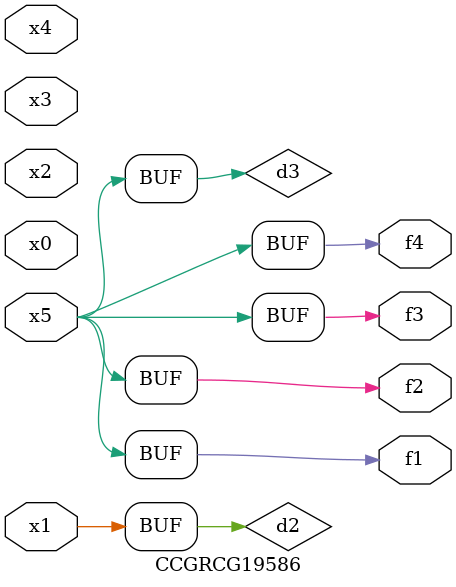
<source format=v>
module CCGRCG19586(
	input x0, x1, x2, x3, x4, x5,
	output f1, f2, f3, f4
);

	wire d1, d2, d3;

	not (d1, x5);
	or (d2, x1);
	xnor (d3, d1);
	assign f1 = d3;
	assign f2 = d3;
	assign f3 = d3;
	assign f4 = d3;
endmodule

</source>
